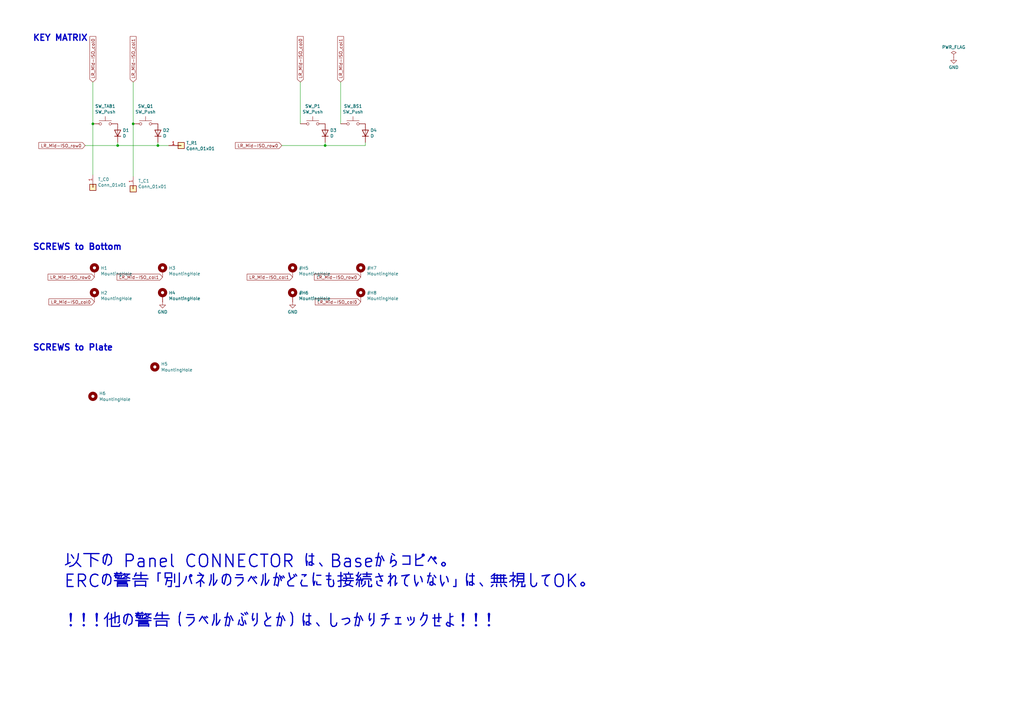
<source format=kicad_sch>
(kicad_sch (version 20231120) (generator "eeschema") (generator_version "8.0")
  (paper "A3")
  (title_block (title "Sandy") (date "2023-01-04") (rev "v.0") (company "@jpskenn"))
  (lib_symbols
    (symbol "Connector_Generic:Conn_01x01" (pin_names (offset 1.016) hide)
      (property "Reference" "J" (at 0 2.54 0))
      (property "Value" "Conn_01x01" (at 0 -2.54 0))
      (symbol "Conn_01x01_1_1"
        (rectangle (start -1.27 0.127) (end 0 -0.127) (stroke (width 0.1524)))
        (rectangle (start -1.27 1.27) (end 1.27 -1.27) (stroke (width 0.254)) (fill (type background)))
        (pin passive line (at -5.08 0 0) (length 3.81) (name "Pin_1") (number "1"))
      )
    )
    (symbol "Device:D" (pin_numbers hide) (pin_names (offset 1.016) hide)
      (property "Reference" "D" (at 0 2.54 0))
      (property "Value" "D" (at 0 -2.54 0))
      (symbol "D_0_1"
        (polyline (pts (xy -1.27 1.27) (xy -1.27 -1.27)) (stroke (width 0.254)))
        (polyline (pts (xy 1.27 0) (xy -1.27 0)))
        (polyline (pts (xy 1.27 1.27) (xy 1.27 -1.27) (xy -1.27 0) (xy 1.27 1.27)) (stroke (width 0.254)))
      )
      (symbol "D_1_1"
        (pin passive line (at -3.81 0 0) (length 2.54) (name "K") (number "1"))
        (pin passive line (at 3.81 0 180) (length 2.54) (name "A") (number "2"))
      )
    )
    (symbol "Mechanical:MountingHole" (pin_names (offset 1.016)) (exclude_from_sim yes) (in_bom no)
      (property "Reference" "H" (at 0 5.08 0))
      (property "Value" "MountingHole" (at 0 3.175 0))
      (symbol "MountingHole_0_1"
        (circle (center 0 0) (radius 1.27) (stroke (width 1.27)))
      )
    )
    (symbol "Mechanical:MountingHole_Pad" (pin_numbers hide) (pin_names (offset 1.016) hide)
      (property "Reference" "H" (at 0 6.35 0))
      (property "Value" "MountingHole_Pad" (at 0 4.445 0))
      (symbol "MountingHole_Pad_0_1"
        (circle (center 0 1.27) (radius 1.27) (stroke (width 1.27)))
      )
      (symbol "MountingHole_Pad_1_1"
        (pin input line (at 0 -2.54 90) (length 2.54) (name "1") (number "1"))
      )
    )
    (symbol "Switch:SW_Push" (pin_numbers hide) (pin_names (offset 1.016) hide)
      (property "Reference" "SW" (at 1.27 2.54 0))
      (property "Value" "SW_Push" (at 0 -1.524 0))
      (symbol "SW_Push_0_1"
        (circle (center -2.032 0) (radius 0.508))
        (polyline (pts (xy 0 1.27) (xy 0 3.048)))
        (polyline (pts (xy 2.54 1.27) (xy -2.54 1.27)))
        (circle (center 2.032 0) (radius 0.508))
        (pin passive line (at -5.08 0 0) (length 2.54) (name "1") (number "1"))
        (pin passive line (at 5.08 0 180) (length 2.54) (name "2") (number "2"))
      )
    )
    (symbol "power:GND" (power) (pin_numbers hide) (pin_names (offset 0) hide)
      (property "Value" "GND" (at 0 -3.81 0))
      (symbol "GND_0_1"
        (polyline (pts (xy 0 0) (xy 0 -1.27) (xy 1.27 -1.27) (xy 0 -2.54) (xy -1.27 -1.27) (xy 0 -1.27)))
      )
      (symbol "GND_1_1"
        (pin power_in line (at 0 0 270) (length 0) (name "~") (number "1"))
      )
    )
    (symbol "power:PWR_FLAG" (power) (pin_numbers hide) (pin_names (offset 0) hide)
      (property "Value" "PWR_FLAG" (at 0 3.81 0))
      (symbol "PWR_FLAG_0_0"
        (pin power_out line (at 0 0 90) (length 0) (name "~") (number "1"))
      )
      (symbol "PWR_FLAG_0_1"
        (polyline (pts (xy 0 0) (xy 0 1.27) (xy -1.016 1.905) (xy 0 2.54) (xy 1.016 1.905) (xy 0 1.27)))
      )
    )
  )
  (bus_alias "def-a" (members "row0" "row5" "col0" "col1"))
  (junction (at 54.61 50.8))
  (junction (at 48.26 59.69))
  (junction (at 64.77 59.69))
  (junction (at 38.1 50.8))
  (junction (at 133.35 59.69))
  (wire (pts (xy 123.19 33.655) (xy 123.19 50.8)))
  (wire (pts (xy 69.215 59.69) (xy 64.77 59.69)))
  (wire (pts (xy 149.86 58.42) (xy 149.86 59.69)))
  (wire (pts (xy 38.1 33.655) (xy 38.1 50.8)))
  (wire (pts (xy 54.61 50.8) (xy 54.61 72.39)))
  (wire (pts (xy 38.1 50.8) (xy 38.1 71.755)))
  (wire (pts (xy 133.35 59.69) (xy 149.86 59.69)))
  (wire (pts (xy 48.26 58.42) (xy 48.26 59.69)))
  (wire (pts (xy 139.7 33.655) (xy 139.7 50.8)))
  (wire (pts (xy 64.77 58.42) (xy 64.77 59.69)))
  (wire (pts (xy 115.57 59.69) (xy 133.35 59.69)))
  (wire (pts (xy 48.26 59.69) (xy 64.77 59.69)))
  (wire (pts (xy 34.925 59.69) (xy 48.26 59.69)))
  (wire (pts (xy 133.35 58.42) (xy 133.35 59.69)))
  (wire (pts (xy 54.61 33.655) (xy 54.61 50.8)))
  (text "以下の Panel CONNECTOR は、Baseからコピペ。\nERCの警告「別パネルのラベルがどこにも接続されていない」は、無視してOK。\n\n！！！他の警告（ラベルかぶりとか）は、しっかりチェックせよ！！！" (at 26.035 257.81 0) (effects (font (size 5.08 5.08) (thickness 0.508) (bold yes)) (justify left bottom)))
  (text "SCREWS to Bottom" (at 13.335 102.87 0) (effects (font (size 2.54 2.54) (thickness 0.508) (bold yes)) (justify left bottom)))
  (text "SCREWS to Plate" (at 13.335 144.145 0) (effects (font (size 2.54 2.54) (thickness 0.508) (bold yes)) (justify left bottom)))
  (text "KEY MATRIX" (at 13.335 17.145 0) (effects (font (size 2.54 2.54) (thickness 0.508) (bold yes)) (justify left bottom)))
  (global_label "LR_Mid-ISO_row0" (shape input) (at 147.955 113.665 180) (property "Intersheetrefs" "${INTERSHEET_REFS}" (effects (hide yes))) (property "シート間のリファレンス" "${INTERSHEET_REFS}" (effects (hide yes))))
  (global_label "LR_Mid-ISO_col1" (shape input) (at 66.675 113.665 180) (property "Intersheetrefs" "${INTERSHEET_REFS}" (effects (hide yes))) (property "シート間のリファレンス" "${INTERSHEET_REFS}" (effects (hide yes))))
  (global_label "LR_Mid-ISO_col0" (shape input) (at 38.1 33.655 90) (property "Intersheetrefs" "${INTERSHEET_REFS}" (effects (hide yes))) (property "シート間のリファレンス" "${INTERSHEET_REFS}" (effects (hide yes))))
  (global_label "LR_Mid-ISO_col1" (shape input) (at 120.015 113.665 180) (property "Intersheetrefs" "${INTERSHEET_REFS}" (effects (hide yes))) (property "シート間のリファレンス" "${INTERSHEET_REFS}" (effects (hide yes))))
  (global_label "LR_Mid-ISO_row0" (shape input) (at 115.57 59.69 180) (property "Intersheetrefs" "${INTERSHEET_REFS}" (effects (hide yes))) (property "シート間のリファレンス" "${INTERSHEET_REFS}" (effects (hide yes))))
  (global_label "LR_Mid-ISO_row0" (shape input) (at 34.925 59.69 180) (property "Intersheetrefs" "${INTERSHEET_REFS}" (effects (hide yes))) (property "シート間のリファレンス" "${INTERSHEET_REFS}" (effects (hide yes))))
  (global_label "LR_Mid-ISO_col0" (shape input) (at 123.19 33.655 90) (property "Intersheetrefs" "${INTERSHEET_REFS}" (effects (hide yes))) (property "シート間のリファレンス" "${INTERSHEET_REFS}" (effects (hide yes))))
  (global_label "LR_Mid-ISO_col0" (shape input) (at 147.955 123.825 180) (property "Intersheetrefs" "${INTERSHEET_REFS}" (effects (hide yes))) (property "シート間のリファレンス" "${INTERSHEET_REFS}" (effects (hide yes))))
  (global_label "LR_Mid-ISO_col1" (shape input) (at 54.61 33.655 90) (property "Intersheetrefs" "${INTERSHEET_REFS}" (effects (hide yes))) (property "シート間のリファレンス" "${INTERSHEET_REFS}" (effects (hide yes))))
  (global_label "LR_Mid-ISO_col0" (shape input) (at 38.735 123.825 180) (property "Intersheetrefs" "${INTERSHEET_REFS}" (effects (hide yes))) (property "シート間のリファレンス" "${INTERSHEET_REFS}" (effects (hide yes))))
  (global_label "LR_Mid-ISO_col1" (shape input) (at 139.7 33.655 90) (property "Intersheetrefs" "${INTERSHEET_REFS}" (effects (hide yes))) (property "シート間のリファレンス" "${INTERSHEET_REFS}" (effects (hide yes))))
  (global_label "LR_Mid-ISO_row0" (shape input) (at 38.735 113.665 180) (property "Intersheetrefs" "${INTERSHEET_REFS}" (effects (hide yes))) (property "シート間のリファレンス" "${INTERSHEET_REFS}" (effects (hide yes))))
  (symbol (lib_id "Mechanical:MountingHole_Pad") (at 147.955 121.285 0) (unit 1)
    (property "Reference" "#H8" (at 150.495 120.1166 0) (effects (justify left)))
    (property "Value" "MountingHole" (at 150.495 122.428 0) (effects (justify left)))
    (property "Footprint" "locallib:MountingHole_1.8-2.2mm_M2_Pad_minimal" (effects (hide yes)))
  )
  (symbol (lib_id "Device:D") (at 149.86 54.61 90) (unit 1)
    (property "Reference" "D4" (at 151.892 53.4416 90) (effects (justify right)))
    (property "Value" "D" (at 151.892 55.753 90) (effects (justify right)))
    (property "Footprint" "locallib:D_SOD-123_Emphasized_Direction_Line" (effects (hide yes)))
    (property "LCSC" "C81598" (effects (hide yes)))
    (property "Sim.Device" "D" (effects (hide yes)))
    (property "Sim.Pins" "1=K 2=A" (effects (hide yes)))
  )
  (symbol (lib_id "Mechanical:MountingHole_Pad") (at 66.675 111.125 0) (unit 1)
    (property "Reference" "H3" (at 69.215 109.9566 0) (effects (justify left)))
    (property "Value" "MountingHole" (at 69.215 112.268 0) (effects (justify left)))
    (property "Footprint" "locallib:MountingHole_2.2-4.8mm_M2_Pad_minimal_for_Through-hole_tap" (effects (hide yes)))
  )
  (symbol (lib_id "power:GND") (at 66.675 123.825 0) (unit 1)
    (property "Reference" "#PWR05" (effects (hide yes)))
    (property "Value" "GND" (at 66.675 127.9581 0))
    (property "Description" "Power symbol creates a global label with name \"GND\" , ground" (effects (hide yes)))
  )
  (symbol (lib_id "Switch:SW_Push") (at 144.78 50.8 0) (unit 1)
    (property "Reference" "SW_BS1" (at 144.78 43.561 0))
    (property "Value" "SW_Push" (at 144.78 45.8724 0))
    (property "Footprint" "locallib:Kailh_socket_ChocV2_for_Reverse_no_hole" (effects (hide yes)))
  )
  (symbol (lib_id "Mechanical:MountingHole_Pad") (at 66.675 121.285 0) (unit 1)
    (property "Reference" "H4" (at 69.215 120.1166 0) (effects (justify left)))
    (property "Value" "MountingHole" (at 69.215 122.428 0) (effects (justify left)))
    (property "Footprint" "locallib:MountingHole_2.2-4.8mm_M2_Pad_minimal_for_Through-hole_tap" (effects (hide yes)))
  )
  (symbol (lib_id "Device:D") (at 133.35 54.61 90) (unit 1)
    (property "Reference" "D3" (at 135.382 53.4416 90) (effects (justify right)))
    (property "Value" "D" (at 135.382 55.753 90) (effects (justify right)))
    (property "Footprint" "locallib:D_SOD-123_Emphasized_Direction_Line" (effects (hide yes)))
    (property "LCSC" "C81598" (effects (hide yes)))
    (property "Sim.Device" "D" (effects (hide yes)))
    (property "Sim.Pins" "1=K 2=A" (effects (hide yes)))
  )
  (symbol (lib_id "Mechanical:MountingHole_Pad") (at 38.735 111.125 0) (unit 1)
    (property "Reference" "H1" (at 41.275 109.9566 0) (effects (justify left)))
    (property "Value" "MountingHole" (at 41.275 112.268 0) (effects (justify left)))
    (property "Footprint" "locallib:MountingHole_2.2-4.8mm_M2_Pad_minimal_for_Through-hole_tap" (effects (hide yes)))
  )
  (symbol (lib_id "Mechanical:MountingHole") (at 63.5 150.495 0) (unit 1) (exclude_from_sim yes) (in_bom no)
    (property "Reference" "H5" (at 66.04 149.2828 0) (effects (justify left)))
    (property "Value" "MountingHole" (at 66.04 151.7071 0) (effects (justify left)))
    (property "Footprint" "locallib:MountingHole_M2_Through-hole_tap_THC-0.8-x-2" (effects (hide yes)))
    (property "Description" "Mounting Hole without connection" (effects (hide yes)))
  )
  (symbol (lib_id "power:GND") (at 120.015 123.825 0) (unit 1)
    (property "Reference" "#PWR09" (effects (hide yes)))
    (property "Value" "GND" (at 120.015 127.9581 0))
    (property "Description" "Power symbol creates a global label with name \"GND\" , ground" (effects (hide yes)))
  )
  (symbol (lib_id "Switch:SW_Push") (at 128.27 50.8 0) (unit 1)
    (property "Reference" "SW_P1" (at 128.27 43.561 0))
    (property "Value" "SW_Push" (at 128.27 45.8724 0))
    (property "Footprint" "locallib:Kailh_socket_ChocV2_small_#2pad_for_Reverse_no_hole" (effects (hide yes)))
  )
  (symbol (lib_id "Mechanical:MountingHole") (at 38.1 162.56 0) (unit 1) (exclude_from_sim yes) (in_bom no)
    (property "Reference" "H6" (at 40.64 161.3478 0) (effects (justify left)))
    (property "Value" "MountingHole" (at 40.64 163.7721 0) (effects (justify left)))
    (property "Footprint" "locallib:MountingHole_M2_Through-hole_tap_THC-0.8-x-2" (effects (hide yes)))
    (property "Description" "Mounting Hole without connection" (effects (hide yes)))
  )
  (symbol (lib_id "Connector_Generic:Conn_01x01") (at 54.61 77.47 270) (unit 1)
    (property "Reference" "T_C1" (at 56.642 74.2188 90) (effects (justify left)))
    (property "Value" "Conn_01x01" (at 56.642 76.5302 90) (effects (justify left)))
    (property "Footprint" "locallib:TestPoint_THTPad_D2.0mm_Drill1.0mm" (effects (hide yes)))
  )
  (symbol (lib_id "Mechanical:MountingHole_Pad") (at 120.015 121.285 0) (unit 1)
    (property "Reference" "#H6" (at 122.555 120.1166 0) (effects (justify left)))
    (property "Value" "MountingHole" (at 122.555 122.428 0) (effects (justify left)))
    (property "Footprint" "locallib:MountingHole_1.8-2.2mm_M2_Pad_minimal" (effects (hide yes)))
  )
  (symbol (lib_id "Device:D") (at 64.77 54.61 90) (unit 1)
    (property "Reference" "D2" (at 66.802 53.4416 90) (effects (justify right)))
    (property "Value" "D" (at 66.802 55.753 90) (effects (justify right)))
    (property "Footprint" "locallib:D_SOD-123_Emphasized_Direction_Line" (effects (hide yes)))
    (property "LCSC" "C81598" (effects (hide yes)))
    (property "Sim.Device" "D" (effects (hide yes)))
    (property "Sim.Pins" "1=K 2=A" (effects (hide yes)))
  )
  (symbol (lib_id "Mechanical:MountingHole_Pad") (at 120.015 111.125 0) (unit 1)
    (property "Reference" "#H5" (at 122.555 109.9566 0) (effects (justify left)))
    (property "Value" "MountingHole" (at 122.555 112.268 0) (effects (justify left)))
    (property "Footprint" "locallib:MountingHole_1.8-2.2mm_M2_Pad_minimal" (effects (hide yes)))
  )
  (symbol (lib_id "Connector_Generic:Conn_01x01") (at 38.1 76.835 270) (unit 1)
    (property "Reference" "T_C0" (at 40.132 73.5838 90) (effects (justify left)))
    (property "Value" "Conn_01x01" (at 40.132 75.8952 90) (effects (justify left)))
    (property "Footprint" "locallib:TestPoint_THTPad_D2.0mm_Drill1.0mm" (effects (hide yes)))
  )
  (symbol (lib_id "Device:D") (at 48.26 54.61 90) (unit 1)
    (property "Reference" "D1" (at 50.292 53.4416 90) (effects (justify right)))
    (property "Value" "D" (at 50.292 55.753 90) (effects (justify right)))
    (property "Footprint" "locallib:D_SOD-123_Emphasized_Direction_Line" (effects (hide yes)))
    (property "LCSC" "C81598" (effects (hide yes)))
    (property "Sim.Device" "D" (effects (hide yes)))
    (property "Sim.Pins" "1=K 2=A" (effects (hide yes)))
  )
  (symbol (lib_id "Switch:SW_Push") (at 59.69 50.8 0) (unit 1)
    (property "Reference" "SW_Q1" (at 59.69 43.561 0))
    (property "Value" "SW_Push" (at 59.69 45.8724 0))
    (property "Footprint" "locallib:Kailh_socket_ChocV2_for_Reverse" (effects (hide yes)))
  )
  (symbol (lib_id "power:GND") (at 391.16 23.495 0) (unit 1)
    (property "Reference" "#PWR02" (effects (hide yes)))
    (property "Value" "GND" (at 391.16 27.6281 0))
    (property "Description" "Power symbol creates a global label with name \"GND\" , ground" (effects (hide yes)))
  )
  (symbol (lib_id "Switch:SW_Push") (at 43.18 50.8 0) (unit 1)
    (property "Reference" "SW_TAB1" (at 43.18 43.561 0))
    (property "Value" "SW_Push" (at 43.18 45.8724 0))
    (property "Footprint" "locallib:Kailh_socket_ChocV2_for_Reverse_narrow_#1_and_#2pad" (effects (hide yes)))
  )
  (symbol (lib_id "power:PWR_FLAG") (at 391.16 23.495 0) (unit 1)
    (property "Reference" "#FLG01" (effects (hide yes)))
    (property "Value" "PWR_FLAG" (at 391.16 19.3619 0))
    (property "Description" "Special symbol for telling ERC where power comes from" (effects (hide yes)))
  )
  (symbol (lib_id "Mechanical:MountingHole_Pad") (at 38.735 121.285 0) (unit 1)
    (property "Reference" "H2" (at 41.275 120.1166 0) (effects (justify left)))
    (property "Value" "MountingHole" (at 41.275 122.428 0) (effects (justify left)))
    (property "Footprint" "locallib:MountingHole_2.2-4.8mm_M2_Pad_minimal_for_Through-hole_tap" (effects (hide yes)))
  )
  (symbol (lib_id "Connector_Generic:Conn_01x01") (at 74.295 59.69 0) (unit 1)
    (property "Reference" "T_R1" (at 76.327 58.6232 0) (effects (justify left)))
    (property "Value" "Conn_01x01" (at 76.327 60.9346 0) (effects (justify left)))
    (property "Footprint" "locallib:TestPoint_THTPad_D2.0mm_Drill1.0mm" (effects (hide yes)))
  )
  (symbol (lib_id "Mechanical:MountingHole_Pad") (at 147.955 111.125 0) (unit 1)
    (property "Reference" "#H7" (at 150.495 109.9566 0) (effects (justify left)))
    (property "Value" "MountingHole" (at 150.495 112.268 0) (effects (justify left)))
    (property "Footprint" "locallib:MountingHole_1.8-2.2mm_M2_Pad_minimal" (effects (hide yes)))
  )
)
</source>
